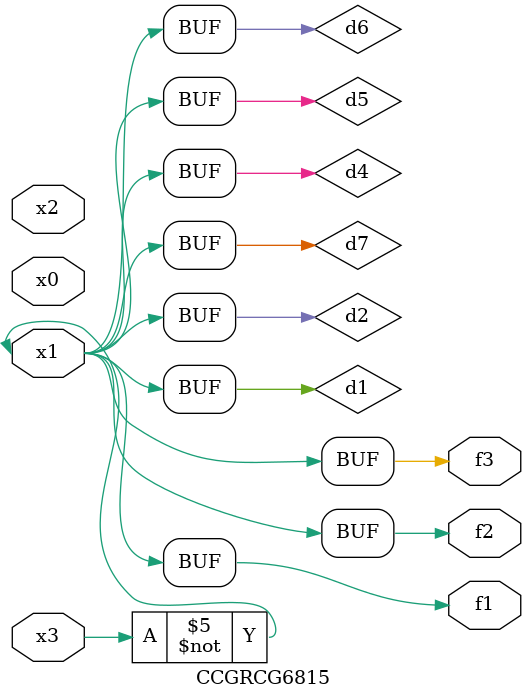
<source format=v>
module CCGRCG6815(
	input x0, x1, x2, x3,
	output f1, f2, f3
);

	wire d1, d2, d3, d4, d5, d6, d7;

	not (d1, x3);
	buf (d2, x1);
	xnor (d3, d1, d2);
	nor (d4, d1);
	buf (d5, d1, d2);
	buf (d6, d4, d5);
	nand (d7, d4);
	assign f1 = d6;
	assign f2 = d7;
	assign f3 = d6;
endmodule

</source>
